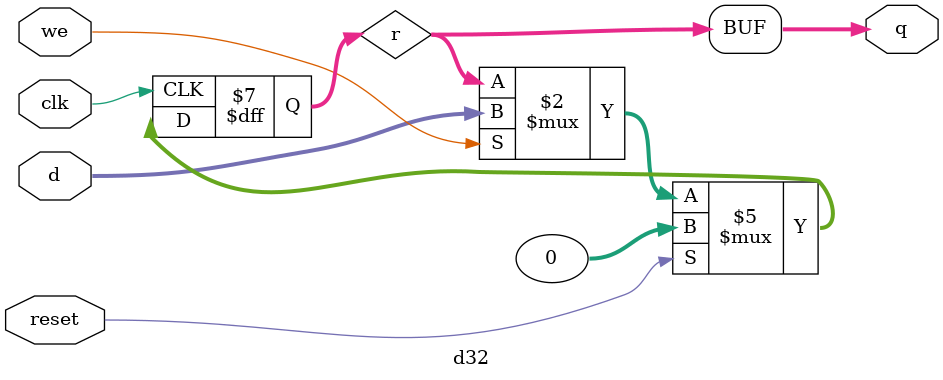
<source format=v>
`timescale 1ns / 1ps
module d32( d, we, q, clk, reset ) ;
	input [31:0] d ; 
	input we ;
	output [31:0] q ;
	input clk, reset;
	reg [31:0] r ;
	assign q = r ;
	always @( posedge clk )
	if(reset)
		r <= 32'b0;
	else if ( we )
		r <= d ;
endmodule

</source>
